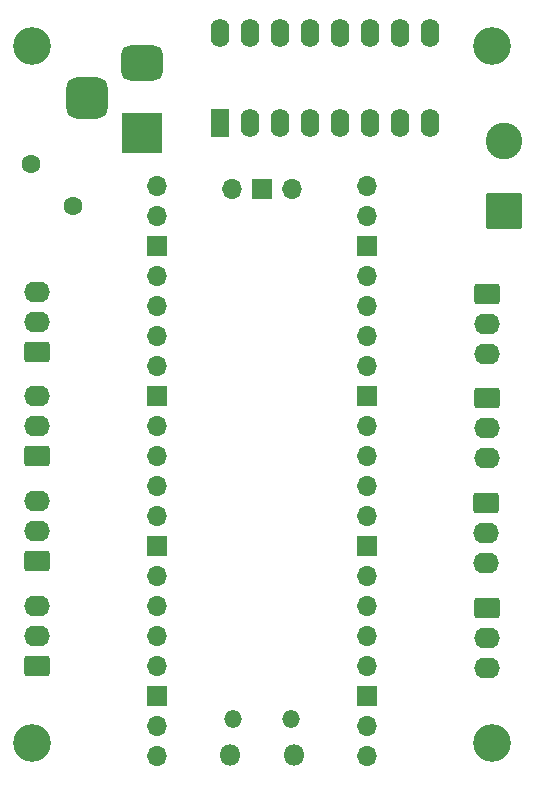
<source format=gbs>
%TF.GenerationSoftware,KiCad,Pcbnew,(6.0.7)*%
%TF.CreationDate,2022-09-24T21:41:20+01:00*%
%TF.ProjectId,mini_jellies,6d696e69-5f6a-4656-9c6c-6965732e6b69,rev?*%
%TF.SameCoordinates,Original*%
%TF.FileFunction,Soldermask,Bot*%
%TF.FilePolarity,Negative*%
%FSLAX46Y46*%
G04 Gerber Fmt 4.6, Leading zero omitted, Abs format (unit mm)*
G04 Created by KiCad (PCBNEW (6.0.7)) date 2022-09-24 21:41:20*
%MOMM*%
%LPD*%
G01*
G04 APERTURE LIST*
G04 Aperture macros list*
%AMRoundRect*
0 Rectangle with rounded corners*
0 $1 Rounding radius*
0 $2 $3 $4 $5 $6 $7 $8 $9 X,Y pos of 4 corners*
0 Add a 4 corners polygon primitive as box body*
4,1,4,$2,$3,$4,$5,$6,$7,$8,$9,$2,$3,0*
0 Add four circle primitives for the rounded corners*
1,1,$1+$1,$2,$3*
1,1,$1+$1,$4,$5*
1,1,$1+$1,$6,$7*
1,1,$1+$1,$8,$9*
0 Add four rect primitives between the rounded corners*
20,1,$1+$1,$2,$3,$4,$5,0*
20,1,$1+$1,$4,$5,$6,$7,0*
20,1,$1+$1,$6,$7,$8,$9,0*
20,1,$1+$1,$8,$9,$2,$3,0*%
G04 Aperture macros list end*
%ADD10C,1.600000*%
%ADD11C,3.200000*%
%ADD12RoundRect,0.250000X0.845000X-0.620000X0.845000X0.620000X-0.845000X0.620000X-0.845000X-0.620000X0*%
%ADD13O,2.190000X1.740000*%
%ADD14RoundRect,0.250000X-0.845000X0.620000X-0.845000X-0.620000X0.845000X-0.620000X0.845000X0.620000X0*%
%ADD15R,1.600000X2.400000*%
%ADD16O,1.600000X2.400000*%
%ADD17O,1.500000X1.500000*%
%ADD18O,1.800000X1.800000*%
%ADD19O,1.700000X1.700000*%
%ADD20R,1.700000X1.700000*%
%ADD21RoundRect,0.875000X-0.875000X0.875000X-0.875000X-0.875000X0.875000X-0.875000X0.875000X0.875000X0*%
%ADD22RoundRect,0.750000X-1.000000X0.750000X-1.000000X-0.750000X1.000000X-0.750000X1.000000X0.750000X0*%
%ADD23R,3.500000X3.500000*%
%ADD24RoundRect,0.249999X1.300001X-1.300001X1.300001X1.300001X-1.300001X1.300001X-1.300001X-1.300001X0*%
%ADD25C,3.100000*%
G04 APERTURE END LIST*
D10*
%TO.C,C1*%
X100482233Y-59482233D03*
X104017767Y-63017767D03*
%TD*%
D11*
%TO.C,H1*%
X100500000Y-49500000D03*
%TD*%
%TO.C,H3*%
X100500000Y-108500000D03*
%TD*%
D12*
%TO.C,J3*%
X100965000Y-75390000D03*
D13*
X100965000Y-72850000D03*
X100965000Y-70310000D03*
%TD*%
D14*
%TO.C,J7*%
X139025000Y-70485000D03*
D13*
X139025000Y-73025000D03*
X139025000Y-75565000D03*
%TD*%
D12*
%TO.C,J5*%
X100985000Y-93110000D03*
D13*
X100985000Y-90570000D03*
X100985000Y-88030000D03*
%TD*%
D15*
%TO.C,U1*%
X116425000Y-56025000D03*
D16*
X118965000Y-56025000D03*
X121505000Y-56025000D03*
X124045000Y-56025000D03*
X126585000Y-56025000D03*
X129125000Y-56025000D03*
X131665000Y-56025000D03*
X134205000Y-56025000D03*
X134205000Y-48405000D03*
X131665000Y-48405000D03*
X129125000Y-48405000D03*
X126585000Y-48405000D03*
X124045000Y-48405000D03*
X121505000Y-48405000D03*
X118965000Y-48405000D03*
X116425000Y-48405000D03*
%TD*%
D17*
%TO.C,U2*%
X117575000Y-106470000D03*
D18*
X122725000Y-109500000D03*
D17*
X122425000Y-106470000D03*
D18*
X117275000Y-109500000D03*
D19*
X128890000Y-109630000D03*
X128890000Y-107090000D03*
D20*
X128890000Y-104550000D03*
D19*
X128890000Y-102010000D03*
X128890000Y-99470000D03*
X128890000Y-96930000D03*
X128890000Y-94390000D03*
D20*
X128890000Y-91850000D03*
D19*
X128890000Y-89310000D03*
X128890000Y-86770000D03*
X128890000Y-84230000D03*
X128890000Y-81690000D03*
D20*
X128890000Y-79150000D03*
D19*
X128890000Y-76610000D03*
X128890000Y-74070000D03*
X128890000Y-71530000D03*
X128890000Y-68990000D03*
D20*
X128890000Y-66450000D03*
D19*
X128890000Y-63910000D03*
X128890000Y-61370000D03*
X111110000Y-61370000D03*
X111110000Y-63910000D03*
D20*
X111110000Y-66450000D03*
D19*
X111110000Y-68990000D03*
X111110000Y-71530000D03*
X111110000Y-74070000D03*
X111110000Y-76610000D03*
D20*
X111110000Y-79150000D03*
D19*
X111110000Y-81690000D03*
X111110000Y-84230000D03*
X111110000Y-86770000D03*
X111110000Y-89310000D03*
D20*
X111110000Y-91850000D03*
D19*
X111110000Y-94390000D03*
X111110000Y-96930000D03*
X111110000Y-99470000D03*
X111110000Y-102010000D03*
D20*
X111110000Y-104550000D03*
D19*
X111110000Y-107090000D03*
X111110000Y-109630000D03*
X122540000Y-61600000D03*
D20*
X120000000Y-61600000D03*
D19*
X117460000Y-61600000D03*
%TD*%
D14*
%TO.C,J8*%
X139025000Y-79315000D03*
D13*
X139025000Y-81855000D03*
X139025000Y-84395000D03*
%TD*%
D11*
%TO.C,H4*%
X139500000Y-108500000D03*
%TD*%
D21*
%TO.C,J2*%
X105157500Y-53900000D03*
D22*
X109857500Y-50900000D03*
D23*
X109857500Y-56900000D03*
%TD*%
D12*
%TO.C,J4*%
X100965000Y-84220000D03*
D13*
X100965000Y-81680000D03*
X100965000Y-79140000D03*
%TD*%
D24*
%TO.C,J1*%
X140500000Y-63500000D03*
D25*
X140500000Y-57500000D03*
%TD*%
D11*
%TO.C,H2*%
X139500000Y-49500000D03*
%TD*%
D12*
%TO.C,J6*%
X100985000Y-102000000D03*
D13*
X100985000Y-99460000D03*
X100985000Y-96920000D03*
%TD*%
D14*
%TO.C,J10*%
X139045000Y-97075000D03*
D13*
X139045000Y-99615000D03*
X139045000Y-102155000D03*
%TD*%
D14*
%TO.C,J9*%
X139005000Y-88185000D03*
D13*
X139005000Y-90725000D03*
X139005000Y-93265000D03*
%TD*%
M02*

</source>
